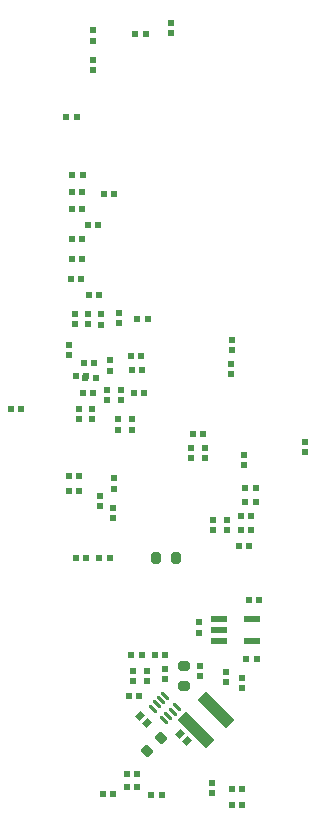
<source format=gbr>
%TF.GenerationSoftware,KiCad,Pcbnew,8.0.6*%
%TF.CreationDate,2024-11-23T18:19:37+01:00*%
%TF.ProjectId,M2SmartHome,4d32536d-6172-4744-986f-6d652e6b6963,rev?*%
%TF.SameCoordinates,Original*%
%TF.FileFunction,Paste,Bot*%
%TF.FilePolarity,Positive*%
%FSLAX46Y46*%
G04 Gerber Fmt 4.6, Leading zero omitted, Abs format (unit mm)*
G04 Created by KiCad (PCBNEW 8.0.6) date 2024-11-23 18:19:37*
%MOMM*%
%LPD*%
G01*
G04 APERTURE LIST*
G04 Aperture macros list*
%AMRoundRect*
0 Rectangle with rounded corners*
0 $1 Rounding radius*
0 $2 $3 $4 $5 $6 $7 $8 $9 X,Y pos of 4 corners*
0 Add a 4 corners polygon primitive as box body*
4,1,4,$2,$3,$4,$5,$6,$7,$8,$9,$2,$3,0*
0 Add four circle primitives for the rounded corners*
1,1,$1+$1,$2,$3*
1,1,$1+$1,$4,$5*
1,1,$1+$1,$6,$7*
1,1,$1+$1,$8,$9*
0 Add four rect primitives between the rounded corners*
20,1,$1+$1,$2,$3,$4,$5,0*
20,1,$1+$1,$4,$5,$6,$7,0*
20,1,$1+$1,$6,$7,$8,$9,0*
20,1,$1+$1,$8,$9,$2,$3,0*%
%AMRotRect*
0 Rectangle, with rotation*
0 The origin of the aperture is its center*
0 $1 length*
0 $2 width*
0 $3 Rotation angle, in degrees counterclockwise*
0 Add horizontal line*
21,1,$1,$2,0,0,$3*%
G04 Aperture macros list end*
%ADD10R,0.600000X0.560000*%
%ADD11R,0.560000X0.600000*%
%ADD12RotRect,0.560000X0.600000X135.000000*%
%ADD13RoundRect,0.200000X0.053033X-0.335876X0.335876X-0.053033X-0.053033X0.335876X-0.335876X0.053033X0*%
%ADD14RoundRect,0.200000X-0.200000X-0.275000X0.200000X-0.275000X0.200000X0.275000X-0.200000X0.275000X0*%
%ADD15RoundRect,0.200000X0.275000X-0.200000X0.275000X0.200000X-0.275000X0.200000X-0.275000X-0.200000X0*%
%ADD16RotRect,0.980000X3.400000X45.000000*%
%ADD17R,1.320800X0.558800*%
%ADD18RoundRect,0.033750X-0.351786X0.208597X0.208597X-0.351786X0.351786X-0.208597X-0.208597X0.351786X0*%
G04 APERTURE END LIST*
D10*
%TO.C,C16*%
X87600000Y-132034999D03*
X87600000Y-131165001D03*
%TD*%
D11*
%TO.C,R4*%
X89297500Y-123902500D03*
X90167500Y-123902500D03*
%TD*%
D10*
%TO.C,R46*%
X97100000Y-148442499D03*
X97100000Y-147572501D03*
%TD*%
%TO.C,C34*%
X95950000Y-134687500D03*
X95950000Y-135557500D03*
%TD*%
%TO.C,R19*%
X84300000Y-118137500D03*
X84300000Y-117267500D03*
%TD*%
D11*
%TO.C,C15*%
X87234999Y-137900000D03*
X86365001Y-137900000D03*
%TD*%
D10*
%TO.C,C35*%
X103800000Y-128942500D03*
X103800000Y-128072500D03*
%TD*%
D11*
%TO.C,C61*%
X88665001Y-157300000D03*
X89534999Y-157300000D03*
%TD*%
%TO.C,R38*%
X84434999Y-100607500D03*
X83565001Y-100607500D03*
%TD*%
D12*
%TO.C,C70*%
X93807591Y-153415091D03*
X93192409Y-152799909D03*
%TD*%
D13*
%TO.C,FB3*%
X90416637Y-154290863D03*
X91583363Y-153124137D03*
%TD*%
D10*
%TO.C,R65*%
X89200000Y-148342499D03*
X89200000Y-147472501D03*
%TD*%
%TO.C,R34*%
X98600000Y-130017499D03*
X98600000Y-129147501D03*
%TD*%
%TO.C,C27*%
X94100000Y-129442499D03*
X94100000Y-128572501D03*
%TD*%
D14*
%TO.C,FB1*%
X91175000Y-137907500D03*
X92825000Y-137907500D03*
%TD*%
D11*
%TO.C,R32*%
X84884999Y-108357500D03*
X84015001Y-108357500D03*
%TD*%
D10*
%TO.C,C17*%
X86967500Y-123667500D03*
X86967500Y-124537500D03*
%TD*%
D11*
%TO.C,R24*%
X84934999Y-105507500D03*
X84065001Y-105507500D03*
%TD*%
%TO.C,R72*%
X98165001Y-136907500D03*
X99034999Y-136907500D03*
%TD*%
D10*
%TO.C,C74*%
X90400000Y-148342500D03*
X90400000Y-147472502D03*
%TD*%
D15*
%TO.C,FB2*%
X93500000Y-148732500D03*
X93500000Y-147082500D03*
%TD*%
D11*
%TO.C,C7*%
X86035000Y-122707500D03*
X85165000Y-122707500D03*
%TD*%
%TO.C,R66*%
X88831231Y-149580294D03*
X89701229Y-149580294D03*
%TD*%
%TO.C,C22*%
X83765001Y-131000000D03*
X84634999Y-131000000D03*
%TD*%
D10*
%TO.C,R55*%
X94800000Y-143347501D03*
X94800000Y-144217499D03*
%TD*%
D16*
%TO.C,L5*%
X94562078Y-152445422D03*
X96237922Y-150769578D03*
%TD*%
D11*
%TO.C,R52*%
X91935000Y-146107500D03*
X91065000Y-146107500D03*
%TD*%
D10*
%TO.C,R42*%
X85800000Y-94107500D03*
X85800000Y-93237500D03*
%TD*%
D11*
%TO.C,C14*%
X89032500Y-120802500D03*
X89902500Y-120802500D03*
%TD*%
D10*
%TO.C,R17*%
X85400000Y-118137500D03*
X85400000Y-117267500D03*
%TD*%
D11*
%TO.C,C39*%
X86284999Y-109707500D03*
X85415001Y-109707500D03*
%TD*%
D10*
%TO.C,C19*%
X86400000Y-133534999D03*
X86400000Y-132665001D03*
%TD*%
%TO.C,R11*%
X88000000Y-118042500D03*
X88000000Y-117172500D03*
%TD*%
%TO.C,R13*%
X89100000Y-127042499D03*
X89100000Y-126172501D03*
%TD*%
D11*
%TO.C,R21*%
X84884999Y-112557500D03*
X84015001Y-112557500D03*
%TD*%
%TO.C,C6*%
X85234999Y-122507500D03*
X84365001Y-122507500D03*
%TD*%
%TO.C,C30*%
X98715001Y-133132500D03*
X99584999Y-133132500D03*
%TD*%
D10*
%TO.C,C69*%
X91900000Y-147272501D03*
X91900000Y-148142499D03*
%TD*%
%TO.C,R43*%
X85800000Y-96607500D03*
X85800000Y-95737500D03*
%TD*%
%TO.C,C12*%
X85760000Y-126162500D03*
X85760000Y-125292500D03*
%TD*%
D11*
%TO.C,R56*%
X99684999Y-146482500D03*
X98815001Y-146482500D03*
%TD*%
D10*
%TO.C,C72*%
X95900000Y-156972501D03*
X95900000Y-157842499D03*
%TD*%
D11*
%TO.C,R25*%
X84884999Y-106907500D03*
X84015001Y-106907500D03*
%TD*%
%TO.C,R54*%
X97565001Y-157500000D03*
X98434999Y-157500000D03*
%TD*%
D10*
%TO.C,C18*%
X87550000Y-133652500D03*
X87550000Y-134522500D03*
%TD*%
D11*
%TO.C,C26*%
X98315000Y-135522500D03*
X99185000Y-135522500D03*
%TD*%
%TO.C,C13*%
X85835000Y-123907500D03*
X84965000Y-123907500D03*
%TD*%
%TO.C,C73*%
X90765001Y-158000000D03*
X91634999Y-158000000D03*
%TD*%
D10*
%TO.C,C8*%
X87267500Y-122037500D03*
X87267500Y-121167500D03*
%TD*%
D11*
%TO.C,C62*%
X88665001Y-156200000D03*
X89534999Y-156200000D03*
%TD*%
%TO.C,C40*%
X89415001Y-93507500D03*
X90284999Y-93507500D03*
%TD*%
%TO.C,R22*%
X84834999Y-114307500D03*
X83965001Y-114307500D03*
%TD*%
D10*
%TO.C,R45*%
X98400000Y-148072501D03*
X98400000Y-148942499D03*
%TD*%
%TO.C,R29*%
X92450000Y-93492499D03*
X92450000Y-92622501D03*
%TD*%
D11*
%TO.C,R37*%
X99185000Y-134322500D03*
X98315000Y-134322500D03*
%TD*%
%TO.C,C48*%
X87534999Y-157900000D03*
X86665001Y-157900000D03*
%TD*%
%TO.C,C23*%
X85234999Y-137900000D03*
X84365001Y-137900000D03*
%TD*%
%TO.C,R71*%
X85465001Y-115607500D03*
X86334999Y-115607500D03*
%TD*%
%TO.C,R20*%
X85065001Y-121407500D03*
X85934999Y-121407500D03*
%TD*%
%TO.C,C38*%
X87584999Y-107057500D03*
X86715001Y-107057500D03*
%TD*%
%TO.C,R47*%
X89065000Y-146107500D03*
X89935000Y-146107500D03*
%TD*%
%TO.C,C29*%
X98715001Y-132007500D03*
X99584999Y-132007500D03*
%TD*%
D10*
%TO.C,C28*%
X95300000Y-129442499D03*
X95300000Y-128572501D03*
%TD*%
D17*
%TO.C,U10*%
X96528400Y-144947300D03*
X96528400Y-144007500D03*
X96528400Y-143067700D03*
X99271600Y-143067700D03*
X99271600Y-144947300D03*
%TD*%
D10*
%TO.C,C71*%
X94900000Y-147942499D03*
X94900000Y-147072501D03*
%TD*%
D11*
%TO.C,C9*%
X89097500Y-122002500D03*
X89967500Y-122002500D03*
%TD*%
%TO.C,R33*%
X84884999Y-110907500D03*
X84015001Y-110907500D03*
%TD*%
D18*
%TO.C,U11*%
X90885302Y-150653462D03*
X91238855Y-150299909D03*
X91592409Y-149946355D03*
X91945962Y-149592802D03*
X92914698Y-150561538D03*
X92561145Y-150915091D03*
X92207591Y-151268645D03*
X91854038Y-151622198D03*
%TD*%
D11*
%TO.C,R15*%
X78865001Y-125307500D03*
X79734999Y-125307500D03*
%TD*%
D10*
%TO.C,R5*%
X97550000Y-119422501D03*
X97550000Y-120292499D03*
%TD*%
D11*
%TO.C,R12*%
X89565001Y-117707500D03*
X90434999Y-117707500D03*
%TD*%
D10*
%TO.C,R6*%
X97500000Y-121472501D03*
X97500000Y-122342499D03*
%TD*%
D11*
%TO.C,C47*%
X98990001Y-141457500D03*
X99859999Y-141457500D03*
%TD*%
D10*
%TO.C,C11*%
X88167500Y-123667500D03*
X88167500Y-124537500D03*
%TD*%
%TO.C,C32*%
X97150000Y-134687500D03*
X97150000Y-135557500D03*
%TD*%
D11*
%TO.C,C36*%
X94265001Y-127407500D03*
X95134999Y-127407500D03*
%TD*%
%TO.C,R53*%
X98434999Y-158800000D03*
X97565001Y-158800000D03*
%TD*%
%TO.C,C21*%
X84634999Y-132200000D03*
X83765001Y-132200000D03*
%TD*%
D12*
%TO.C,R39*%
X90407591Y-151915091D03*
X89792409Y-151299909D03*
%TD*%
D10*
%TO.C,R14*%
X87900000Y-127042499D03*
X87900000Y-126172501D03*
%TD*%
%TO.C,R16*%
X83800000Y-120742499D03*
X83800000Y-119872501D03*
%TD*%
%TO.C,R2*%
X84600000Y-125292500D03*
X84600000Y-126162500D03*
%TD*%
%TO.C,R18*%
X86500000Y-118142500D03*
X86500000Y-117272500D03*
%TD*%
M02*

</source>
